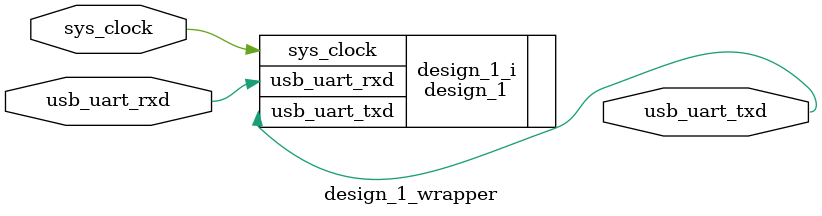
<source format=v>
`timescale 1 ps / 1 ps

module design_1_wrapper
   (sys_clock,
    usb_uart_rxd,
    usb_uart_txd);
  input sys_clock;
  input usb_uart_rxd;
  output usb_uart_txd;

  wire sys_clock;
  wire usb_uart_rxd;
  wire usb_uart_txd;

  design_1 design_1_i
       (.sys_clock(sys_clock),
        .usb_uart_rxd(usb_uart_rxd),
        .usb_uart_txd(usb_uart_txd));
endmodule

</source>
